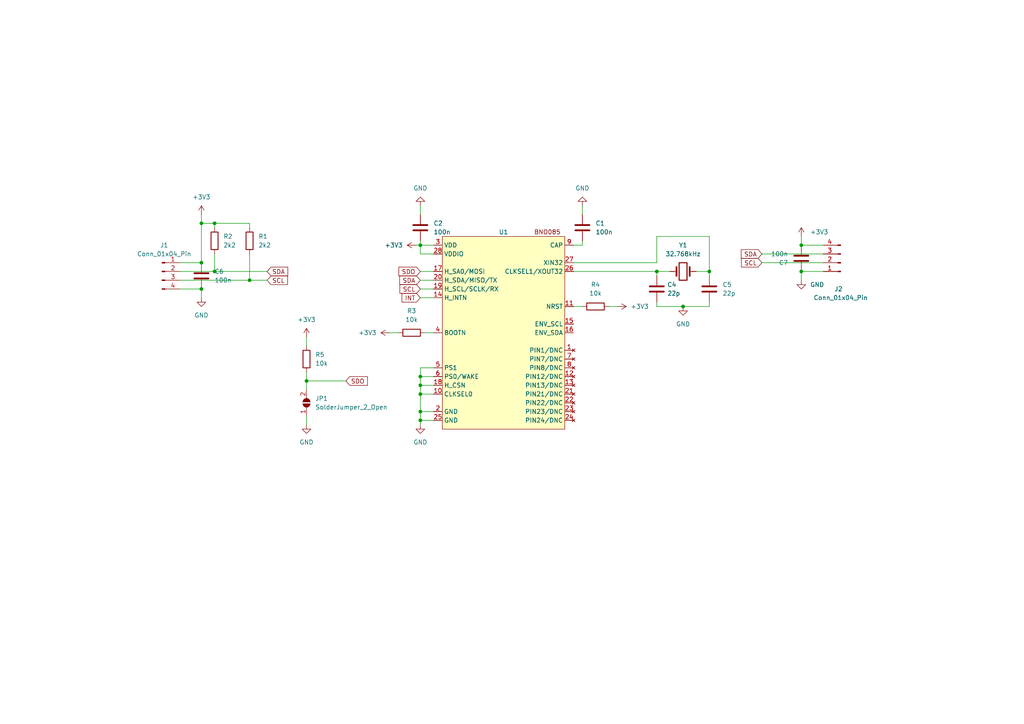
<source format=kicad_sch>
(kicad_sch (version 20230121) (generator eeschema)
  (paper "A4")
  (lib_symbols
    (symbol "Connector:Conn_01x04_Pin" (pin_names (offset 1.016) hide)
      (property "Reference" "J" (at 0 5.08 0))
      (property "Value" "Conn_01x04_Pin" (at 0 -7.62 0))
      (symbol "Conn_01x04_Pin_1_1"
        (polyline (pts (xy 1.27 -5.08) (xy 0.8636 -5.08)) (stroke (width 0.1524)))
        (polyline (pts (xy 1.27 -2.54) (xy 0.8636 -2.54)) (stroke (width 0.1524)))
        (polyline (pts (xy 1.27 0) (xy 0.8636 0)) (stroke (width 0.1524)))
        (polyline (pts (xy 1.27 2.54) (xy 0.8636 2.54)) (stroke (width 0.1524)))
        (rectangle (start 0.8636 -4.953) (end 0 -5.207) (stroke (width 0.1524)) (fill (type outline)))
        (rectangle (start 0.8636 -2.413) (end 0 -2.667) (stroke (width 0.1524)) (fill (type outline)))
        (rectangle (start 0.8636 0.127) (end 0 -0.127) (stroke (width 0.1524)) (fill (type outline)))
        (rectangle (start 0.8636 2.667) (end 0 2.413) (stroke (width 0.1524)) (fill (type outline)))
        (pin passive line (at 5.08 2.54 180) (length 3.81) (name "Pin_1") (number "1"))
        (pin passive line (at 5.08 0 180) (length 3.81) (name "Pin_2") (number "2"))
        (pin passive line (at 5.08 -2.54 180) (length 3.81) (name "Pin_3") (number "3"))
        (pin passive line (at 5.08 -5.08 180) (length 3.81) (name "Pin_4") (number "4"))
      )
    )
    (symbol "Device:C" (pin_numbers hide) (pin_names (offset 0.254))
      (property "Reference" "C" (at 0.635 2.54 0))
      (property "Value" "C" (at 0.635 -2.54 0))
      (symbol "C_0_1"
        (polyline (pts (xy -2.032 -0.762) (xy 2.032 -0.762)) (stroke (width 0.508)))
        (polyline (pts (xy -2.032 0.762) (xy 2.032 0.762)) (stroke (width 0.508)))
      )
      (symbol "C_1_1"
        (pin passive line (at 0 3.81 270) (length 2.794) (name "~") (number "1"))
        (pin passive line (at 0 -3.81 90) (length 2.794) (name "~") (number "2"))
      )
    )
    (symbol "Device:Crystal" (pin_numbers hide) (pin_names (offset 1.016) hide)
      (property "Reference" "Y" (at 0 3.81 0))
      (property "Value" "Crystal" (at 0 -3.81 0))
      (symbol "Crystal_0_1"
        (rectangle (start -1.143 2.54) (end 1.143 -2.54) (stroke (width 0.3048)))
        (polyline (pts (xy -2.54 0) (xy -1.905 0)))
        (polyline (pts (xy -1.905 -1.27) (xy -1.905 1.27)) (stroke (width 0.508)))
        (polyline (pts (xy 1.905 -1.27) (xy 1.905 1.27)) (stroke (width 0.508)))
        (polyline (pts (xy 2.54 0) (xy 1.905 0)))
      )
      (symbol "Crystal_1_1"
        (pin passive line (at -3.81 0 0) (length 1.27) (name "1") (number "1"))
        (pin passive line (at 3.81 0 180) (length 1.27) (name "2") (number "2"))
      )
    )
    (symbol "Device:R" (pin_numbers hide) (pin_names (offset 0))
      (property "Reference" "R" (at 2.032 0 90))
      (property "Value" "R" (at 0 0 90))
      (symbol "R_0_1"
        (rectangle (start -1.016 -2.54) (end 1.016 2.54) (stroke (width 0.254)))
      )
      (symbol "R_1_1"
        (pin passive line (at 0 3.81 270) (length 1.27) (name "~") (number "1"))
        (pin passive line (at 0 -3.81 90) (length 1.27) (name "~") (number "2"))
      )
    )
    (symbol "IMUs:BNO085"
      (property "Reference" "U" (at 0 27.94 0))
      (property "Footprint" "Package_LGA:LGA-28_5.2x3.8mm_P0.5mm" (at 0 -30.48 0) (show_name))
      (symbol "BNO085_1_1"
        (rectangle (start -17.78 26.67) (end 17.78 -29.21) (fill (type background)))
        (text "BNO085" (at 12.7 27.94 0) (effects (font (size 1.27 1.27))))
        (pin no_connect line (at 20.32 -6.35 180) (length 2.54) (name "PIN1/DNC") (number "1"))
        (pin input line (at -20.32 -19.05 0) (length 2.54) (name "CLKSEL0") (number "10"))
        (pin input line (at 20.32 6.35 180) (length 2.54) (name "NRST") (number "11"))
        (pin no_connect line (at 20.32 -13.97 180) (length 2.54) (name "PIN12/DNC") (number "12"))
        (pin no_connect line (at 20.32 -16.51 180) (length 2.54) (name "PIN13/DNC") (number "13"))
        (pin output line (at -20.32 8.89 0) (length 2.54) (name "H_INTN") (number "14"))
        (pin bidirectional line (at 20.32 1.27 180) (length 2.54) (name "ENV_SCL") (number "15"))
        (pin bidirectional line (at 20.32 -1.27 180) (length 2.54) (name "ENV_SDA") (number "16"))
        (pin input line (at -20.32 16.51 0) (length 2.54) (name "H_SA0/MOSI") (number "17"))
        (pin input line (at -20.32 -16.51 0) (length 2.54) (name "H_CSN") (number "18"))
        (pin bidirectional line (at -20.32 11.43 0) (length 2.54) (name "H_SCL/SCLK/RX") (number "19"))
        (pin power_in line (at -20.32 -24.13 0) (length 2.54) (name "GND") (number "2"))
        (pin bidirectional line (at -20.32 13.97 0) (length 2.54) (name "H_SDA/MISO/TX") (number "20"))
        (pin no_connect line (at 20.32 -19.05 180) (length 2.54) (name "PIN21/DNC") (number "21"))
        (pin no_connect line (at 20.32 -21.59 180) (length 2.54) (name "PIN22/DNC") (number "22"))
        (pin no_connect line (at 20.32 -24.13 180) (length 2.54) (name "PIN23/DNC") (number "23"))
        (pin no_connect line (at 20.32 -26.67 180) (length 2.54) (name "PIN24/DNC") (number "24"))
        (pin power_in line (at -20.32 -26.67 0) (length 2.54) (name "GND") (number "25"))
        (pin output line (at 20.32 16.51 180) (length 2.54) (name "CLKSEL1/XOUT32") (number "26"))
        (pin input line (at 20.32 19.05 180) (length 2.54) (name "XIN32") (number "27"))
        (pin power_in line (at -20.32 21.59 0) (length 2.54) (name "VDDIO") (number "28"))
        (pin power_in line (at -20.32 24.13 0) (length 2.54) (name "VDD") (number "3"))
        (pin input line (at -20.32 -1.27 0) (length 2.54) (name "BOOTN") (number "4"))
        (pin input line (at -20.32 -11.43 0) (length 2.54) (name "PS1") (number "5"))
        (pin input line (at -20.32 -13.97 0) (length 2.54) (name "PS0/WAKE") (number "6"))
        (pin no_connect line (at 20.32 -8.89 180) (length 2.54) (name "PIN7/DNC") (number "7"))
        (pin no_connect line (at 20.32 -11.43 180) (length 2.54) (name "PIN8/DNC") (number "8"))
        (pin input line (at 20.32 24.13 180) (length 2.54) (name "CAP") (number "9"))
      )
    )
    (symbol "Jumper:SolderJumper_2_Open" (pin_names (offset 0) hide)
      (property "Reference" "JP" (at 0 2.032 0))
      (property "Value" "SolderJumper_2_Open" (at 0 -2.54 0))
      (symbol "SolderJumper_2_Open_0_1"
        (arc (start -0.254 1.016) (mid -1.2656 0) (end -0.254 -1.016))
        (arc (start -0.254 1.016) (mid -1.2656 0) (end -0.254 -1.016) (fill (type outline)))
        (polyline (pts (xy -0.254 1.016) (xy -0.254 -1.016)))
        (polyline (pts (xy 0.254 1.016) (xy 0.254 -1.016)))
        (arc (start 0.254 -1.016) (mid 1.2656 0) (end 0.254 1.016))
        (arc (start 0.254 -1.016) (mid 1.2656 0) (end 0.254 1.016) (fill (type outline)))
      )
      (symbol "SolderJumper_2_Open_1_1"
        (pin passive line (at -3.81 0 0) (length 2.54) (name "A") (number "1"))
        (pin passive line (at 3.81 0 180) (length 2.54) (name "B") (number "2"))
      )
    )
    (symbol "power:+3V3" (power) (pin_names (offset 0))
      (property "Value" "+3V3" (at 0 3.556 0))
      (symbol "+3V3_0_1"
        (polyline (pts (xy -0.762 1.27) (xy 0 2.54)))
        (polyline (pts (xy 0 0) (xy 0 2.54)))
        (polyline (pts (xy 0 2.54) (xy 0.762 1.27)))
      )
      (symbol "+3V3_1_1"
        (pin power_in line (at 0 0 90) (length 0) hide (name "+3V3") (number "1"))
      )
    )
    (symbol "power:GND" (power) (pin_names (offset 0))
      (property "Value" "GND" (at 0 -3.81 0))
      (symbol "GND_0_1"
        (polyline (pts (xy 0 0) (xy 0 -1.27) (xy 1.27 -1.27) (xy 0 -2.54) (xy -1.27 -1.27) (xy 0 -1.27)))
      )
      (symbol "GND_1_1"
        (pin power_in line (at 0 0 270) (length 0) hide (name "GND") (number "1"))
      )
    )
  )
  (junction (at 121.92 119.38))
  (junction (at 72.39 81.28))
  (junction (at 198.12 88.9))
  (junction (at 121.92 114.3))
  (junction (at 121.92 71.12))
  (junction (at 58.42 83.82))
  (junction (at 62.23 78.74))
  (junction (at 121.92 109.22))
  (junction (at 232.41 78.74))
  (junction (at 232.41 71.12))
  (junction (at 88.9 110.49))
  (junction (at 205.74 78.74))
  (junction (at 58.42 64.77))
  (junction (at 62.23 64.77))
  (junction (at 58.42 76.2))
  (junction (at 121.92 121.92))
  (junction (at 121.92 111.76))
  (junction (at 190.5 78.74))
  (wire (pts (xy 232.41 68.58) (xy 232.41 71.12)))
  (wire (pts (xy 121.92 111.76) (xy 125.73 111.76)))
  (wire (pts (xy 238.76 78.74) (xy 232.41 78.74)))
  (wire (pts (xy 220.98 73.66) (xy 238.76 73.66)))
  (wire (pts (xy 58.42 86.36) (xy 58.42 83.82)))
  (wire (pts (xy 58.42 76.2) (xy 58.42 64.77)))
  (wire (pts (xy 190.5 78.74) (xy 190.5 80.01)))
  (wire (pts (xy 201.93 78.74) (xy 205.74 78.74)))
  (wire (pts (xy 205.74 68.58) (xy 205.74 78.74)))
  (wire (pts (xy 121.92 81.28) (xy 125.73 81.28)))
  (wire (pts (xy 58.42 64.77) (xy 58.42 62.23)))
  (wire (pts (xy 72.39 81.28) (xy 52.07 81.28)))
  (wire (pts (xy 62.23 73.66) (xy 62.23 78.74)))
  (wire (pts (xy 205.74 78.74) (xy 205.74 80.01)))
  (wire (pts (xy 88.9 120.65) (xy 88.9 123.19)))
  (wire (pts (xy 198.12 88.9) (xy 205.74 88.9)))
  (wire (pts (xy 88.9 97.79) (xy 88.9 100.33)))
  (wire (pts (xy 205.74 88.9) (xy 205.74 87.63)))
  (wire (pts (xy 62.23 64.77) (xy 72.39 64.77)))
  (wire (pts (xy 121.92 121.92) (xy 125.73 121.92)))
  (wire (pts (xy 121.92 71.12) (xy 125.73 71.12)))
  (wire (pts (xy 190.5 76.2) (xy 190.5 68.58)))
  (wire (pts (xy 88.9 110.49) (xy 88.9 113.03)))
  (wire (pts (xy 72.39 81.28) (xy 77.47 81.28)))
  (wire (pts (xy 121.92 119.38) (xy 121.92 121.92)))
  (wire (pts (xy 58.42 83.82) (xy 52.07 83.82)))
  (wire (pts (xy 121.92 71.12) (xy 121.92 69.85)))
  (wire (pts (xy 113.03 96.52) (xy 115.57 96.52)))
  (wire (pts (xy 168.91 71.12) (xy 168.91 69.85)))
  (wire (pts (xy 166.37 71.12) (xy 168.91 71.12)))
  (wire (pts (xy 123.19 96.52) (xy 125.73 96.52)))
  (wire (pts (xy 62.23 78.74) (xy 77.47 78.74)))
  (wire (pts (xy 121.92 114.3) (xy 121.92 119.38)))
  (wire (pts (xy 121.92 59.69) (xy 121.92 62.23)))
  (wire (pts (xy 121.92 109.22) (xy 121.92 111.76)))
  (wire (pts (xy 121.92 109.22) (xy 125.73 109.22)))
  (wire (pts (xy 72.39 64.77) (xy 72.39 66.04)))
  (wire (pts (xy 125.73 119.38) (xy 121.92 119.38)))
  (wire (pts (xy 194.31 78.74) (xy 190.5 78.74)))
  (wire (pts (xy 121.92 86.36) (xy 125.73 86.36)))
  (wire (pts (xy 232.41 78.74) (xy 232.41 81.28)))
  (wire (pts (xy 121.92 73.66) (xy 125.73 73.66)))
  (wire (pts (xy 58.42 64.77) (xy 62.23 64.77)))
  (wire (pts (xy 166.37 76.2) (xy 190.5 76.2)))
  (wire (pts (xy 88.9 110.49) (xy 100.33 110.49)))
  (wire (pts (xy 125.73 106.68) (xy 121.92 106.68)))
  (wire (pts (xy 62.23 64.77) (xy 62.23 66.04)))
  (wire (pts (xy 190.5 87.63) (xy 190.5 88.9)))
  (wire (pts (xy 166.37 88.9) (xy 168.91 88.9)))
  (wire (pts (xy 190.5 68.58) (xy 205.74 68.58)))
  (wire (pts (xy 190.5 88.9) (xy 198.12 88.9)))
  (wire (pts (xy 176.53 88.9) (xy 179.07 88.9)))
  (wire (pts (xy 121.92 78.74) (xy 125.73 78.74)))
  (wire (pts (xy 121.92 83.82) (xy 125.73 83.82)))
  (wire (pts (xy 62.23 78.74) (xy 52.07 78.74)))
  (wire (pts (xy 121.92 111.76) (xy 121.92 114.3)))
  (wire (pts (xy 121.92 121.92) (xy 121.92 123.19)))
  (wire (pts (xy 121.92 73.66) (xy 121.92 71.12)))
  (wire (pts (xy 121.92 114.3) (xy 125.73 114.3)))
  (wire (pts (xy 166.37 78.74) (xy 190.5 78.74)))
  (wire (pts (xy 238.76 71.12) (xy 232.41 71.12)))
  (wire (pts (xy 120.65 71.12) (xy 121.92 71.12)))
  (wire (pts (xy 72.39 73.66) (xy 72.39 81.28)))
  (wire (pts (xy 168.91 59.69) (xy 168.91 62.23)))
  (wire (pts (xy 88.9 107.95) (xy 88.9 110.49)))
  (wire (pts (xy 121.92 106.68) (xy 121.92 109.22)))
  (wire (pts (xy 52.07 76.2) (xy 58.42 76.2)))
  (wire (pts (xy 220.98 76.2) (xy 238.76 76.2)))
  (global_label "SDO" (shape input) (at 121.92 78.74 180) (property "Intersheetrefs" "${INTERSHEET_REFS}" (effects hide)))
  (global_label "SCL" (shape input) (at 121.92 83.82 180) (property "Intersheetrefs" "${INTERSHEET_REFS}" (effects hide)))
  (global_label "SDA" (shape input) (at 220.98 73.66 180) (property "Intersheetrefs" "${INTERSHEET_REFS}" (effects hide)))
  (global_label "SDA" (shape input) (at 121.92 81.28 180) (property "Intersheetrefs" "${INTERSHEET_REFS}" (effects hide)))
  (global_label "SCL" (shape input) (at 220.98 76.2 180) (property "Intersheetrefs" "${INTERSHEET_REFS}" (effects hide)))
  (global_label "SDA" (shape input) (at 77.47 78.74 0) (property "Intersheetrefs" "${INTERSHEET_REFS}" (effects hide)))
  (global_label "SCL" (shape input) (at 77.47 81.28 0) (property "Intersheetrefs" "${INTERSHEET_REFS}" (effects hide)))
  (global_label "SDO" (shape input) (at 100.33 110.49 0) (property "Intersheetrefs" "${INTERSHEET_REFS}" (effects hide)))
  (global_label "INT" (shape input) (at 121.92 86.36 180) (property "Intersheetrefs" "${INTERSHEET_REFS}" (effects hide)))
  (symbol (lib_id "power:+3V3") (at 88.9 97.79 0) (unit 1)
    (property "Reference" "#PWR04" (effects hide))
    (property "Value" "+3V3" (at 88.9 92.71 0))
  )
  (symbol (lib_id "Jumper:SolderJumper_2_Open") (at 88.9 116.84 90) (unit 1)
    (property "Reference" "JP1" (at 91.44 115.57 90) (effects (justify right)))
    (property "Value" "SolderJumper_2_Open" (at 91.44 118.11 90) (effects (justify right)))
    (property "Footprint" "Jumper:SolderJumper-2_P1.3mm_Open_Pad1.0x1.5mm" (effects hide))
  )
  (symbol (lib_id "Device:R") (at 172.72 88.9 270) (unit 1)
    (property "Reference" "R4" (at 172.72 82.55 90))
    (property "Value" "10k" (at 172.72 85.09 90))
    (property "Footprint" "Resistor_SMD:R_0603_1608Metric" (effects hide))
  )
  (symbol (lib_id "Device:R") (at 72.39 69.85 0) (unit 1)
    (property "Reference" "R1" (at 74.93 68.58 0) (effects (justify left)))
    (property "Value" "2k2" (at 74.93 71.12 0) (effects (justify left)))
    (property "Footprint" "Resistor_SMD:R_0603_1608Metric" (effects hide))
  )
  (symbol (lib_id "power:+3V3") (at 232.41 68.58 0) (unit 1)
    (property "Reference" "#PWR015" (effects hide))
    (property "Value" "+3V3" (at 234.95 67.31 0) (effects (justify left)))
  )
  (symbol (lib_id "Device:C") (at 58.42 80.01 0) (unit 1)
    (property "Reference" "C6" (at 62.23 78.74 0) (effects (justify left)))
    (property "Value" "100n" (at 62.23 81.28 0) (effects (justify left)))
    (property "Footprint" "Capacitor_SMD:C_0603_1608Metric" (effects hide))
  )
  (symbol (lib_id "Device:C") (at 168.91 66.04 0) (unit 1)
    (property "Reference" "C1" (at 172.72 64.77 0) (effects (justify left)))
    (property "Value" "100n" (at 172.72 67.31 0) (effects (justify left)))
    (property "Footprint" "Capacitor_SMD:C_0603_1608Metric" (effects hide))
  )
  (symbol (lib_id "power:+3V3") (at 120.65 71.12 90) (unit 1)
    (property "Reference" "#PWR02" (effects hide))
    (property "Value" "+3V3" (at 116.84 71.12 90) (effects (justify left)))
  )
  (symbol (lib_id "power:+3V3") (at 58.42 62.23 0) (unit 1)
    (property "Reference" "#PWR011" (effects hide))
    (property "Value" "+3V3" (at 58.42 57.15 0))
  )
  (symbol (lib_id "Device:C") (at 205.74 83.82 0) (unit 1)
    (property "Reference" "C5" (at 209.55 82.55 0) (effects (justify left)))
    (property "Value" "22p" (at 209.55 85.09 0) (effects (justify left)))
    (property "Footprint" "Capacitor_SMD:C_0603_1608Metric" (effects hide))
  )
  (symbol (lib_id "Connector:Conn_01x04_Pin") (at 46.99 78.74 0) (unit 1)
    (property "Reference" "J1" (at 47.625 71.12 0))
    (property "Value" "Conn_01x04_Pin" (at 47.625 73.66 0))
    (property "Footprint" "Connector_JST:JST_SH_SM04B-SRSS-TB_1x04-1MP_P1.00mm_Horizontal" (effects hide))
  )
  (symbol (lib_id "power:GND") (at 88.9 123.19 0) (unit 1)
    (property "Reference" "#PWR013" (effects hide))
    (property "Value" "GND" (at 88.9 128.27 0))
  )
  (symbol (lib_id "IMUs:BNO085") (at 146.05 95.25 0) (unit 1)
    (property "Reference" "U1" (at 146.05 67.31 0))
    (property "Footprint" "Package_LGA:LGA-28_5.2x3.8mm_P0.5mm" (effects hide))
  )
  (symbol (lib_id "power:GND") (at 121.92 59.69 180) (unit 1)
    (property "Reference" "#PWR06" (effects hide))
    (property "Value" "GND" (at 121.92 54.61 0))
  )
  (symbol (lib_id "power:+3V3") (at 113.03 96.52 90) (unit 1)
    (property "Reference" "#PWR08" (effects hide))
    (property "Value" "+3V3" (at 109.22 96.52 90) (effects (justify left)))
  )
  (symbol (lib_id "Device:R") (at 88.9 104.14 0) (unit 1)
    (property "Reference" "R5" (at 91.44 102.87 0) (effects (justify left)))
    (property "Value" "10k" (at 91.44 105.41 0) (effects (justify left)))
    (property "Footprint" "Resistor_SMD:R_0603_1608Metric" (effects hide))
  )
  (symbol (lib_id "Device:C") (at 190.5 83.82 0) (unit 1)
    (property "Reference" "C4" (at 193.524 82.55 0) (effects (justify left)))
    (property "Value" "22p" (at 193.524 85.09 0) (effects (justify left)))
    (property "Footprint" "Capacitor_SMD:C_0603_1608Metric" (effects hide))
  )
  (symbol (lib_id "Device:Crystal") (at 198.12 78.74 0) (unit 1)
    (property "Reference" "Y1" (at 198.12 71.12 0))
    (property "Value" "32.768kHz" (at 198.12 73.66 0))
    (property "Footprint" "Crystal:Crystal_SMD_3215-2Pin_3.2x1.5mm" (effects hide))
  )
  (symbol (lib_id "Connector:Conn_01x04_Pin") (at 243.84 76.2 180) (unit 1)
    (property "Reference" "J2" (at 243.205 83.82 0))
    (property "Value" "Conn_01x04_Pin" (at 243.84 86.36 0))
    (property "Footprint" "Connector_JST:JST_SH_SM04B-SRSS-TB_1x04-1MP_P1.00mm_Horizontal" (effects hide))
  )
  (symbol (lib_id "power:GND") (at 121.92 123.19 0) (unit 1)
    (property "Reference" "#PWR03" (effects hide))
    (property "Value" "GND" (at 121.92 128.27 0))
  )
  (symbol (lib_id "power:GND") (at 198.12 88.9 0) (unit 1)
    (property "Reference" "#PWR010" (effects hide))
    (property "Value" "GND" (at 198.12 93.98 0))
  )
  (symbol (lib_id "Device:C") (at 121.92 66.04 0) (unit 1)
    (property "Reference" "C2" (at 125.73 64.77 0) (effects (justify left)))
    (property "Value" "100n" (at 125.73 67.31 0) (effects (justify left)))
    (property "Footprint" "Capacitor_SMD:C_0603_1608Metric" (effects hide))
  )
  (symbol (lib_id "power:GND") (at 168.91 59.69 180) (unit 1)
    (property "Reference" "#PWR01" (effects hide))
    (property "Value" "GND" (at 168.91 54.61 0))
  )
  (symbol (lib_id "power:+3V3") (at 179.07 88.9 270) (unit 1)
    (property "Reference" "#PWR09" (effects hide))
    (property "Value" "+3V3" (at 182.88 88.9 90) (effects (justify left)))
  )
  (symbol (lib_id "Device:R") (at 119.38 96.52 270) (unit 1)
    (property "Reference" "R3" (at 119.38 90.17 90))
    (property "Value" "10k" (at 119.38 92.71 90))
    (property "Footprint" "Resistor_SMD:R_0603_1608Metric" (effects hide))
  )
  (symbol (lib_id "power:GND") (at 232.41 81.28 0) (unit 1)
    (property "Reference" "#PWR014" (effects hide))
    (property "Value" "GND" (at 234.95 82.55 0) (effects (justify left)))
  )
  (symbol (lib_id "Device:R") (at 62.23 69.85 0) (unit 1)
    (property "Reference" "R2" (at 64.77 68.58 0) (effects (justify left)))
    (property "Value" "2k2" (at 64.77 71.12 0) (effects (justify left)))
    (property "Footprint" "Resistor_SMD:R_0603_1608Metric" (effects hide))
  )
  (symbol (lib_id "Device:C") (at 232.41 74.93 180) (unit 1)
    (property "Reference" "C7" (at 228.6 76.2 0) (effects (justify left)))
    (property "Value" "100n" (at 228.6 73.66 0) (effects (justify left)))
    (property "Footprint" "Capacitor_SMD:C_0603_1608Metric" (effects hide))
  )
  (symbol (lib_id "power:GND") (at 58.42 86.36 0) (unit 1)
    (property "Reference" "#PWR012" (effects hide))
    (property "Value" "GND" (at 58.42 91.44 0))
  )
)
</source>
